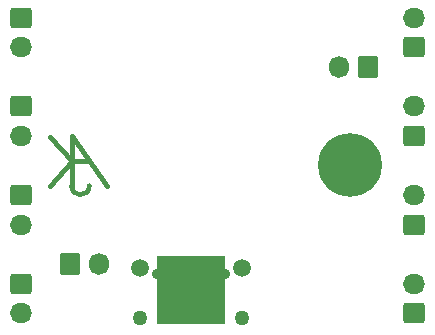
<source format=gbr>
%TF.GenerationSoftware,KiCad,Pcbnew,(6.0.5-0)*%
%TF.CreationDate,2022-05-31T16:46:30+01:00*%
%TF.ProjectId,Relay8,52656c61-7938-42e6-9b69-6361645f7063,1*%
%TF.SameCoordinates,Original*%
%TF.FileFunction,Soldermask,Bot*%
%TF.FilePolarity,Negative*%
%FSLAX46Y46*%
G04 Gerber Fmt 4.6, Leading zero omitted, Abs format (unit mm)*
G04 Created by KiCad (PCBNEW (6.0.5-0)) date 2022-05-31 16:46:30*
%MOMM*%
%LPD*%
G01*
G04 APERTURE LIST*
G04 Aperture macros list*
%AMRoundRect*
0 Rectangle with rounded corners*
0 $1 Rounding radius*
0 $2 $3 $4 $5 $6 $7 $8 $9 X,Y pos of 4 corners*
0 Add a 4 corners polygon primitive as box body*
4,1,4,$2,$3,$4,$5,$6,$7,$8,$9,$2,$3,0*
0 Add four circle primitives for the rounded corners*
1,1,$1+$1,$2,$3*
1,1,$1+$1,$4,$5*
1,1,$1+$1,$6,$7*
1,1,$1+$1,$8,$9*
0 Add four rect primitives between the rounded corners*
20,1,$1+$1,$2,$3,$4,$5,0*
20,1,$1+$1,$4,$5,$6,$7,0*
20,1,$1+$1,$6,$7,$8,$9,0*
20,1,$1+$1,$8,$9,$2,$3,0*%
G04 Aperture macros list end*
%ADD10C,0.450000*%
%ADD11RoundRect,0.260000X-0.675000X0.600000X-0.675000X-0.600000X0.675000X-0.600000X0.675000X0.600000X0*%
%ADD12O,1.870000X1.720000*%
%ADD13C,0.870000*%
%ADD14C,1.520000*%
%ADD15C,1.270000*%
%ADD16RoundRect,0.260000X0.675000X-0.600000X0.675000X0.600000X-0.675000X0.600000X-0.675000X-0.600000X0*%
%ADD17RoundRect,0.260000X0.600000X0.675000X-0.600000X0.675000X-0.600000X-0.675000X0.600000X-0.675000X0*%
%ADD18O,1.720000X1.870000*%
%ADD19RoundRect,0.260000X-0.600000X-0.675000X0.600000X-0.675000X0.600000X0.675000X-0.600000X0.675000X0*%
%ADD20C,5.400000*%
G04 APERTURE END LIST*
D10*
%TO.C,AJK1*%
X90600000Y-43125000D02*
X92400000Y-45125000D01*
X92400000Y-43025000D02*
X95400000Y-47225000D01*
X92400000Y-45125000D02*
X93900000Y-45125000D01*
X92400000Y-43025000D02*
X92400000Y-47225000D01*
X92400000Y-45125000D02*
X90600000Y-47225000D01*
X92400000Y-47225000D02*
G75*
G03*
X93900000Y-47225000I750000J0D01*
G01*
%TO.C,U9*%
G36*
X105400000Y-58950000D02*
G01*
X99600000Y-58950000D01*
X99600000Y-53150000D01*
X105400000Y-53150000D01*
X105400000Y-58950000D01*
G37*
%TD*%
D11*
%TO.C,J4*%
X88150000Y-40500000D03*
D12*
X88150000Y-43000000D03*
%TD*%
D13*
%TO.C,J1*%
X105390000Y-54710000D03*
D14*
X106820000Y-54220000D03*
D13*
X99610000Y-54710000D03*
D15*
X98180000Y-58390000D03*
D14*
X98180000Y-54220000D03*
D15*
X106820000Y-58390000D03*
%TD*%
D11*
%TO.C,J3*%
X88150000Y-33000000D03*
D12*
X88150000Y-35500000D03*
%TD*%
D16*
%TO.C,J10*%
X121350000Y-35500000D03*
D12*
X121350000Y-33000000D03*
%TD*%
D17*
%TO.C,J11*%
X117500000Y-37150000D03*
D18*
X115000000Y-37150000D03*
%TD*%
D19*
%TO.C,J2*%
X92250000Y-53850000D03*
D18*
X94750000Y-53850000D03*
%TD*%
D11*
%TO.C,J6*%
X88150000Y-55500000D03*
D12*
X88150000Y-58000000D03*
%TD*%
D16*
%TO.C,J7*%
X121350000Y-58000000D03*
D12*
X121350000Y-55500000D03*
%TD*%
D16*
%TO.C,J9*%
X121350000Y-43000000D03*
D12*
X121350000Y-40500000D03*
%TD*%
D16*
%TO.C,J8*%
X121350000Y-50500000D03*
D12*
X121350000Y-48000000D03*
%TD*%
D11*
%TO.C,J5*%
X88150000Y-48000000D03*
D12*
X88150000Y-50500000D03*
%TD*%
D20*
%TO.C,U8*%
X116000000Y-45500000D03*
%TD*%
M02*

</source>
